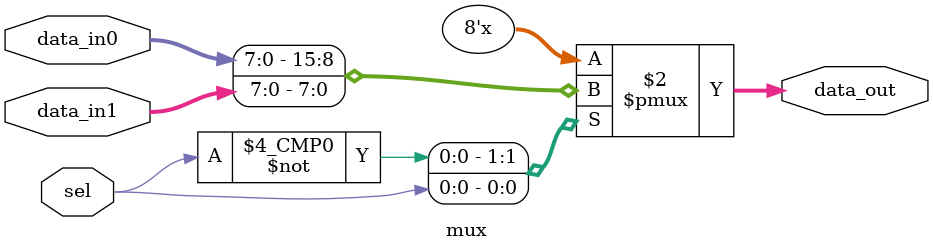
<source format=v>
module mux #(parameter WIDTH = 8)
  (
   input [WIDTH-1:0] data_in0,  // Input data lines
   input [WIDTH-1:0] data_in1,  //nu merge sa fac array cu astea, imi zice ca e de systemverilog :(

   input sel,            // Select line
   output reg [WIDTH-1:0] data_out              // Output data line
  );

  always @(*)
    case(sel)
      1'b0: data_out = data_in0;
      1'b1: data_out = data_in1;
    endcase

endmodule
</source>
